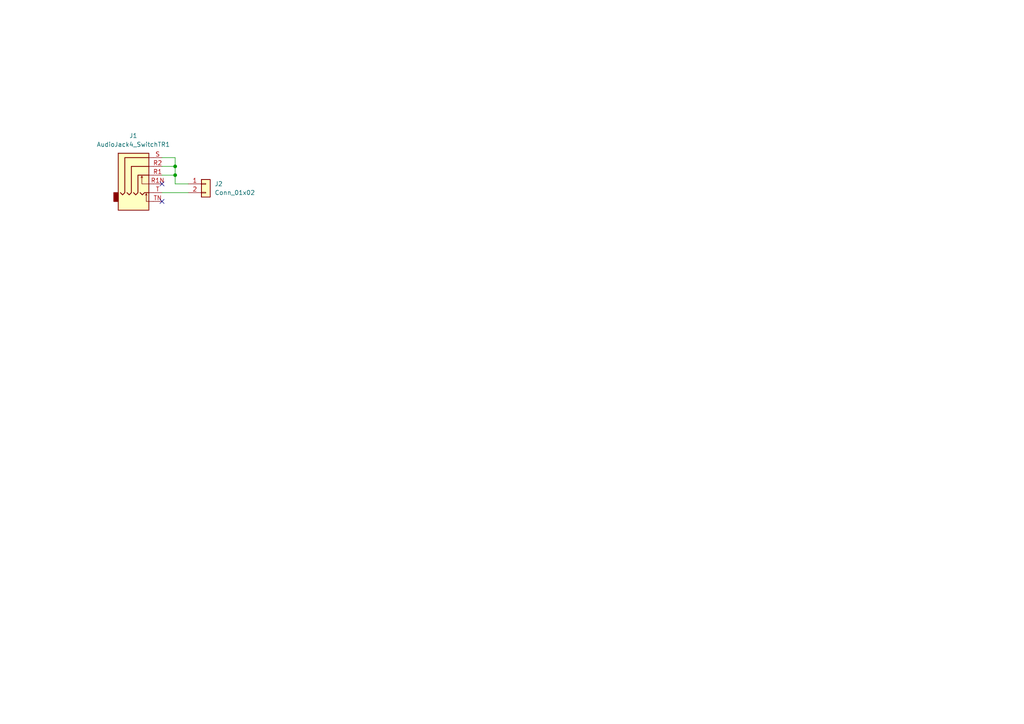
<source format=kicad_sch>
(kicad_sch (version 20211123) (generator eeschema)
  (paper "A4")
  (lib_symbols
    (symbol "Connector:AudioJack4_SwitchTR1"
      (property "Reference" "J" (at 0 11.43 0))
      (property "Value" "AudioJack4_SwitchTR1" (at 0 8.89 0))
      (symbol "AudioJack4_SwitchTR1_0_1"
        (rectangle (start -7.62 -5.08) (end -8.89 -7.62) (stroke (width 0.254)) (fill (type outline)))
        (polyline (pts (xy 1.27 -5.08) (xy 2.54 -5.08)))
        (polyline (pts (xy 1.27 2.54) (xy 2.54 2.54)))
        (polyline (pts (xy 2.54 0) (xy 1.27 0)))
        (polyline (pts (xy 2.54 5.08) (xy 1.27 5.08)))
        (rectangle (start 1.27 6.35) (end -7.62 -10.16) (stroke (width 0.254)) (fill (type background)))
      )
      (symbol "AudioJack4_SwitchTR1_1_1"
        (polyline (pts (xy -0.762 -0.254) (xy -0.508 -0.762)))
        (polyline (pts (xy 0.508 -5.334) (xy 0.762 -5.842)))
        (polyline (pts (xy -1.27 -5.08) (xy -0.635 -5.715) (xy 0 -5.08) (xy 1.27 -5.08)) (stroke (width 0.254)))
        (polyline (pts (xy 2.54 -7.62) (xy 0.508 -7.62) (xy 0.508 -5.334) (xy 0.254 -5.842)))
        (polyline (pts (xy 2.54 -2.54) (xy -0.762 -2.54) (xy -0.762 -0.254) (xy -1.016 -0.762)))
        (polyline (pts (xy -3.175 -5.08) (xy -2.54 -5.715) (xy -1.905 -5.08) (xy -1.905 0) (xy 1.27 0)) (stroke (width 0.254)))
        (polyline (pts (xy 1.27 2.54) (xy -3.81 2.54) (xy -3.81 -5.08) (xy -4.445 -5.715) (xy -5.08 -5.08)) (stroke (width 0.254)))
        (polyline (pts (xy 1.27 5.08) (xy -5.715 5.08) (xy -5.715 -5.08) (xy -6.35 -5.715) (xy -6.985 -5.08)) (stroke (width 0.254)))
        (pin passive line (at 5.08 0 180) (length 2.54) (name "~") (number "R1"))
        (pin passive line (at 5.08 -2.54 180) (length 2.54) (name "~") (number "R1N"))
        (pin passive line (at 5.08 2.54 180) (length 2.54) (name "~") (number "R2"))
        (pin passive line (at 5.08 5.08 180) (length 2.54) (name "~") (number "S"))
        (pin passive line (at 5.08 -5.08 180) (length 2.54) (name "~") (number "T"))
        (pin passive line (at 5.08 -7.62 180) (length 2.54) (name "~") (number "TN"))
      )
    )
    (symbol "Connector_Generic:Conn_01x02" (pin_names (offset 1.016) hide)
      (property "Reference" "J" (at 0 2.54 0))
      (property "Value" "Conn_01x02" (at 0 -5.08 0))
      (symbol "Conn_01x02_1_1"
        (rectangle (start -1.27 -2.413) (end 0 -2.667) (stroke (width 0.1524)))
        (rectangle (start -1.27 0.127) (end 0 -0.127) (stroke (width 0.1524)))
        (rectangle (start -1.27 1.27) (end 1.27 -3.81) (stroke (width 0.254)) (fill (type background)))
        (pin passive line (at -5.08 0 0) (length 3.81) (name "Pin_1") (number "1"))
        (pin passive line (at -5.08 -2.54 0) (length 3.81) (name "Pin_2") (number "2"))
      )
    )
  )
  (junction (at 50.8 48.26))
  (junction (at 50.8 50.8))
  (no_connect (at 46.99 58.42))
  (no_connect (at 46.99 53.34))
  (wire (pts (xy 50.8 45.72) (xy 50.8 48.26)))
  (wire (pts (xy 50.8 48.26) (xy 50.8 50.8)))
  (wire (pts (xy 54.61 53.34) (xy 50.8 53.34)))
  (wire (pts (xy 46.99 48.26) (xy 50.8 48.26)))
  (wire (pts (xy 46.99 45.72) (xy 50.8 45.72)))
  (wire (pts (xy 46.99 55.88) (xy 54.61 55.88)))
  (wire (pts (xy 50.8 53.34) (xy 50.8 50.8)))
  (wire (pts (xy 46.99 50.8) (xy 50.8 50.8)))
  (symbol (lib_id "Connector:AudioJack4_SwitchTR1") (at 41.91 50.8 0) (unit 1)
    (property "Reference" "J1" (at 38.6715 39.37 0))
    (property "Value" "AudioJack4_SwitchTR1" (at 38.6715 41.91 0))
    (property "Footprint" "AudioJack:AudioJack4_6pad" (effects hide))
  )
  (symbol (lib_id "Connector_Generic:Conn_01x02") (at 59.69 53.34 0) (unit 1)
    (property "Reference" "J2" (at 62.23 53.3399 0) (effects (justify left)))
    (property "Value" "Conn_01x02" (at 62.23 55.8799 0) (effects (justify left)))
    (property "Footprint" "Connector_PinHeader_2.54mm:PinHeader_1x02_P2.54mm_Vertical" (effects hide))
  )
)
</source>
